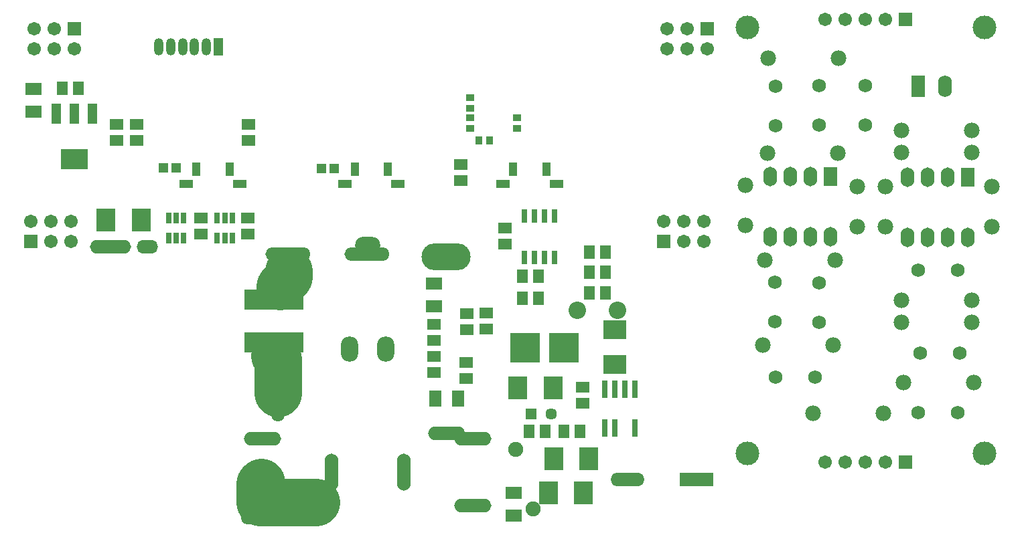
<source format=gts>
G04 Layer_Color=8388736*
%FSLAX44Y44*%
%MOMM*%
G71*
G01*
G75*
%ADD88C,6.0000*%
%ADD89R,0.9532X1.0032*%
%ADD90R,1.0032X0.9532*%
%ADD91R,1.2032X1.1532*%
%ADD92R,1.8034X1.4732*%
%ADD93R,2.0532X1.5032*%
%ADD94R,3.5032X2.6032*%
%ADD95R,1.2032X2.6032*%
%ADD96R,1.4732X1.8034*%
%ADD97R,1.6532X1.0032*%
%ADD98R,1.1032X1.7032*%
%ADD99R,0.8032X1.4032*%
%ADD100R,0.8032X2.2032*%
%ADD101R,7.5532X2.6032*%
%ADD102R,3.7032X3.7032*%
%ADD103R,2.3622X2.9462*%
%ADD104R,2.9462X2.3622*%
%ADD105O,4.2672X1.7032*%
%ADD106R,4.2672X1.7032*%
%ADD107R,0.7112X1.7272*%
%ADD108R,1.5032X2.0532*%
%ADD109C,3.0020*%
%ADD110O,1.7272X2.4892*%
%ADD111R,1.7272X2.4892*%
%ADD112C,1.9812*%
%ADD113O,1.7272X2.7432*%
%ADD114R,1.7272X2.7432*%
%ADD115C,1.7272*%
%ADD116C,1.7032*%
%ADD117R,1.7032X1.7032*%
%ADD118R,1.2032X2.2032*%
%ADD119O,1.2032X2.2032*%
%ADD120O,4.7032X1.7032*%
%ADD121O,1.7032X4.7032*%
%ADD122O,2.2032X3.2032*%
%ADD123O,3.2032X2.2032*%
%ADD124O,6.2032X3.4032*%
%ADD125O,5.7032X1.7032*%
%ADD126C,2.2032*%
%ADD127R,1.4532X1.4532*%
%ADD128C,1.4532*%
%ADD129C,1.9032*%
%ADD130O,1.7032X6.7032*%
%ADD131O,5.2032X1.7032*%
%ADD132O,2.7032X1.7032*%
D88*
X855726Y921664D02*
Y929030D01*
X844296Y910234D02*
X855726Y921664D01*
X841756Y774852D02*
Y818032D01*
X838200Y821588D02*
X841756Y818032D01*
X819150Y636168D02*
Y660552D01*
Y636168D02*
X890016D01*
X890524Y636676D01*
X819150Y660552D02*
X820674Y662076D01*
D89*
X1109363Y1094673D02*
D03*
X1095863D02*
D03*
D90*
X1084833Y1123013D02*
D03*
Y1109513D02*
D03*
X1085087Y1135567D02*
D03*
Y1149067D02*
D03*
X1144269Y1123667D02*
D03*
Y1110167D02*
D03*
D91*
X713611Y1060129D02*
D03*
X697611D02*
D03*
X913127Y1059113D02*
D03*
X897127D02*
D03*
D92*
X663193Y1114993D02*
D03*
Y1094673D02*
D03*
X637793Y1114993D02*
D03*
Y1094673D02*
D03*
X1072895Y1044127D02*
D03*
Y1064447D02*
D03*
X805179Y1094419D02*
D03*
Y1114739D02*
D03*
X1227582Y761644D02*
D03*
Y781964D02*
D03*
X744728Y996594D02*
D03*
Y976274D02*
D03*
X804418Y996594D02*
D03*
Y976274D02*
D03*
X1080770Y854862D02*
D03*
Y875182D02*
D03*
X1039368Y861974D02*
D03*
Y841654D02*
D03*
X1080008Y793394D02*
D03*
Y813714D02*
D03*
X1105408Y875944D02*
D03*
Y855624D02*
D03*
X1129538Y983894D02*
D03*
Y963574D02*
D03*
X1039368Y801014D02*
D03*
Y821334D02*
D03*
D93*
X533145Y1130697D02*
D03*
Y1159697D02*
D03*
X1140460Y619636D02*
D03*
Y648636D02*
D03*
X1039114Y913326D02*
D03*
Y884326D02*
D03*
D94*
X584453Y1070753D02*
D03*
D95*
X561453Y1128753D02*
D03*
X584453Y1128753D02*
D03*
X607453Y1128753D02*
D03*
D96*
X589533Y1160713D02*
D03*
X569213D02*
D03*
X1236218Y901090D02*
D03*
X1256538D02*
D03*
X1203452Y726338D02*
D03*
X1223772D02*
D03*
X1160018Y726592D02*
D03*
X1180338D02*
D03*
X1151128Y894994D02*
D03*
X1171448D02*
D03*
X1236218Y928014D02*
D03*
X1256538D02*
D03*
X1171448Y922934D02*
D03*
X1151128D02*
D03*
X1236218Y953414D02*
D03*
X1256538D02*
D03*
D97*
X726439Y1039553D02*
D03*
X793901D02*
D03*
X994053D02*
D03*
X926591D02*
D03*
X1126743Y1039555D02*
D03*
X1194205D02*
D03*
D98*
X739113Y1058349D02*
D03*
X781125D02*
D03*
X981277D02*
D03*
X939265D02*
D03*
X1139417Y1058351D02*
D03*
X1181429D02*
D03*
D99*
X784454Y995886D02*
D03*
X774954D02*
D03*
X765454D02*
D03*
Y970886D02*
D03*
X774954D02*
D03*
X784454D02*
D03*
X722986D02*
D03*
X713486D02*
D03*
X703986D02*
D03*
Y995886D02*
D03*
X713486D02*
D03*
X722986D02*
D03*
D100*
X1255014Y730678D02*
D03*
X1267714D02*
D03*
X1293114D02*
D03*
X1255014Y779678D02*
D03*
X1267714D02*
D03*
X1280414D02*
D03*
X1293114D02*
D03*
D101*
X836930Y893288D02*
D03*
Y838788D02*
D03*
D102*
X1154608Y831764D02*
D03*
X1203608D02*
D03*
D103*
X1190750Y691286D02*
D03*
X1234950D02*
D03*
X1145538Y781202D02*
D03*
X1189738D02*
D03*
X1228598Y648614D02*
D03*
X1184398D02*
D03*
X669040Y993546D02*
D03*
X624840D02*
D03*
D104*
X1268222Y810918D02*
D03*
Y855118D02*
D03*
D105*
X1283716Y665124D02*
D03*
D106*
X1371346D02*
D03*
D107*
X1153668Y998499D02*
D03*
X1166368D02*
D03*
X1179068D02*
D03*
X1191768D02*
D03*
Y946429D02*
D03*
X1179068D02*
D03*
X1166368D02*
D03*
X1153668D02*
D03*
D108*
X1040848Y767994D02*
D03*
X1069848D02*
D03*
D109*
X1735300Y1238020D02*
D03*
X1435300D02*
D03*
Y698020D02*
D03*
X1735300D02*
D03*
D110*
X1464800Y972320D02*
D03*
X1490200D02*
D03*
X1515600D02*
D03*
X1541000D02*
D03*
X1464800Y1048520D02*
D03*
X1490200D02*
D03*
X1515600D02*
D03*
X1637560Y971460D02*
D03*
X1662960D02*
D03*
X1688360D02*
D03*
X1713760D02*
D03*
X1637560Y1047660D02*
D03*
X1662960D02*
D03*
X1688360D02*
D03*
D111*
X1541000Y1048520D02*
D03*
X1713760Y1047660D02*
D03*
D112*
X1550900Y1198420D02*
D03*
X1462000D02*
D03*
X1460900Y1078420D02*
D03*
X1549800D02*
D03*
X1455420Y835660D02*
D03*
X1544320D02*
D03*
X1457800Y942980D02*
D03*
X1546700D02*
D03*
X1518920Y749300D02*
D03*
X1607820D02*
D03*
X1719580Y1107440D02*
D03*
X1630680D02*
D03*
Y1079500D02*
D03*
X1719580D02*
D03*
X1630520Y864240D02*
D03*
X1719420D02*
D03*
X1633060Y788040D02*
D03*
X1721960D02*
D03*
X1630520Y892180D02*
D03*
X1719420D02*
D03*
X1744980Y1036320D02*
D03*
Y985520D02*
D03*
X1610360D02*
D03*
Y1036320D02*
D03*
X1574800D02*
D03*
Y985520D02*
D03*
X1432900Y1037820D02*
D03*
Y987020D02*
D03*
D113*
X1685798Y1163193D02*
D03*
D114*
X1651762Y1163447D02*
D03*
D115*
X1526540Y913994D02*
D03*
Y864006D02*
D03*
X1701234Y749940D02*
D03*
X1651246D02*
D03*
X1470500Y914634D02*
D03*
Y864646D02*
D03*
X1471066Y795020D02*
D03*
X1521054D02*
D03*
X1651246Y930280D02*
D03*
X1701234D02*
D03*
X1703934Y825500D02*
D03*
X1653946D02*
D03*
X1584800Y1163554D02*
D03*
Y1113566D02*
D03*
X1526380D02*
D03*
Y1163554D02*
D03*
X1470900Y1113426D02*
D03*
Y1163414D02*
D03*
D116*
X1534160Y687578D02*
D03*
X1559560D02*
D03*
X1584960D02*
D03*
X1610360D02*
D03*
X1533700Y1248020D02*
D03*
X1559100D02*
D03*
X1584500D02*
D03*
X1609900D02*
D03*
X1334261Y1210243D02*
D03*
Y1235643D02*
D03*
X1359661Y1210243D02*
D03*
Y1235643D02*
D03*
X1385061Y1210243D02*
D03*
X534161D02*
D03*
Y1235643D02*
D03*
X559561Y1210243D02*
D03*
Y1235643D02*
D03*
X584961Y1210243D02*
D03*
X530098Y992134D02*
D03*
X555498Y966734D02*
D03*
Y992134D02*
D03*
X580898Y966734D02*
D03*
Y992134D02*
D03*
X1330198D02*
D03*
X1355598Y966734D02*
D03*
Y992134D02*
D03*
X1380998Y966734D02*
D03*
Y992134D02*
D03*
D117*
X1635760Y687578D02*
D03*
X1635300Y1248020D02*
D03*
X1385061Y1235643D02*
D03*
X584961D02*
D03*
X530098Y966734D02*
D03*
X1330198D02*
D03*
D118*
X766553Y1213393D02*
D03*
D119*
X751553D02*
D03*
X736553D02*
D03*
X721553D02*
D03*
X706553D02*
D03*
X691553D02*
D03*
D120*
X1055549Y723887D02*
D03*
X822551Y632129D02*
D03*
X822551Y717129D02*
D03*
X1088546D02*
D03*
X1088546Y632129D02*
D03*
D121*
X910049Y674637D02*
D03*
X1001048D02*
D03*
D122*
X932549Y830137D02*
D03*
X978549D02*
D03*
D123*
X955548Y961850D02*
D03*
D124*
X1055040Y947066D02*
D03*
D125*
X955040Y950366D02*
D03*
X855040D02*
D03*
D126*
X1220216Y879246D02*
D03*
X1271016D02*
D03*
D127*
X1162558Y748436D02*
D03*
D128*
X1187558D02*
D03*
D129*
X1143098Y703294D02*
D03*
X1165098Y628294D02*
D03*
D130*
X842048Y772124D02*
D03*
X804048Y641624D02*
D03*
D131*
X630548Y959624D02*
D03*
D132*
X677048D02*
D03*
M02*

</source>
